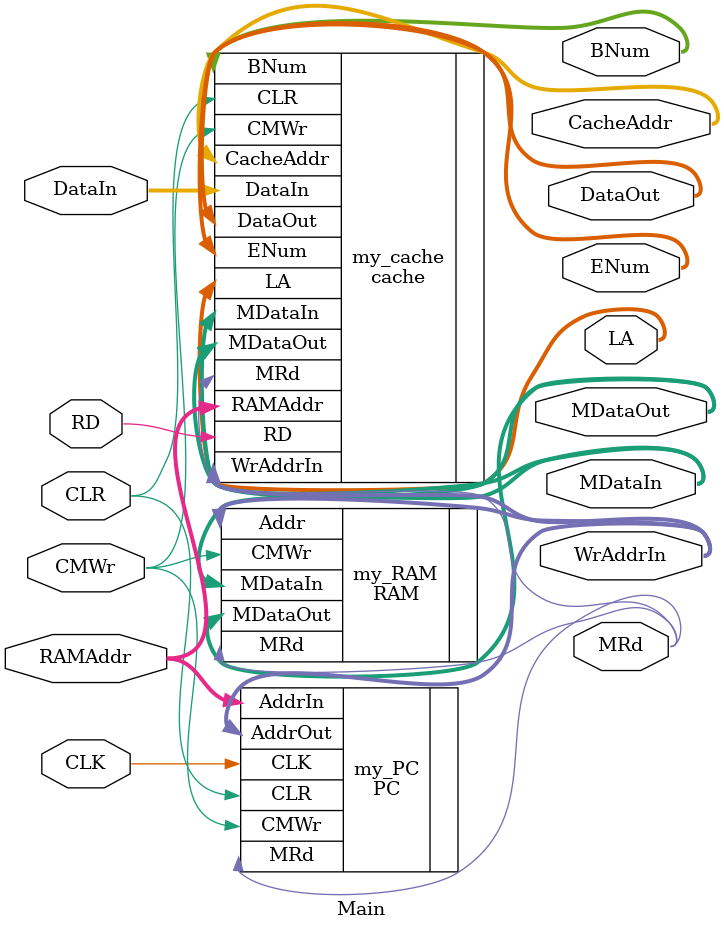
<source format=v>
`timescale 1ns / 1ps

module Main (CLK, CLR, RAMAddr, DataIn, DataOut, MDataIn, MDataOut, RD, CMWr, MRd, WrAddrIn, CacheAddr, ENum, BNum, LA);
	input CLK, CLR, RD, CMWr;
	input [31:0] RAMAddr, DataIn;
	output MRd;
	output [31:0] MDataIn, MDataOut, WrAddrIn, DataOut;
	output [17:0] CacheAddr;
	output [13:0] ENum, BNum;
	output [3:0] LA;
	
	RAM my_RAM (
    .MRd(MRd), 
    .CMWr(CMWr), 
    .Addr(WrAddrIn), 
	 .MDataIn(MDataIn), 
    .MDataOut(MDataOut)
    );
	 
	 cache my_cache (
    .CLR(CLR), 
    .RAMAddr(RAMAddr), 
    .DataIn(DataIn), 
	 .DataOut(DataOut), 
    .MDataIn(MDataOut), 
	 .MDataOut(MDataIn), 
    .RD(RD), 
    .CMWr(CMWr), 
    .MRd(MRd), 
    .WrAddrIn(WrAddrIn), 
    .CacheAddr(CacheAddr), 
    .ENum(ENum), 
    .BNum(BNum), 
    .LA(LA)
    );
	 
	 PC my_PC (
    .CLK(CLK), 
    .CLR(CLR), 
    .MRd(MRd), 
	 .CMWr(CMWr), 
    .AddrIn(RAMAddr), 
    .AddrOut(WrAddrIn)
    );
endmodule

</source>
